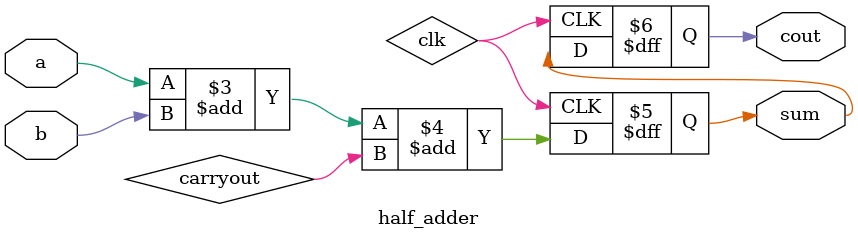
<source format=v>
module half_adder( 
input a, b,
output cout, sum );

// The half adder outputs the sum and carry-out.
always @ (posedge clk)
  cout <= sum;

// The half adder adds two bits.
always @ (posedge clk)
  sum <= a + b + carryout;

endmodule

</source>
